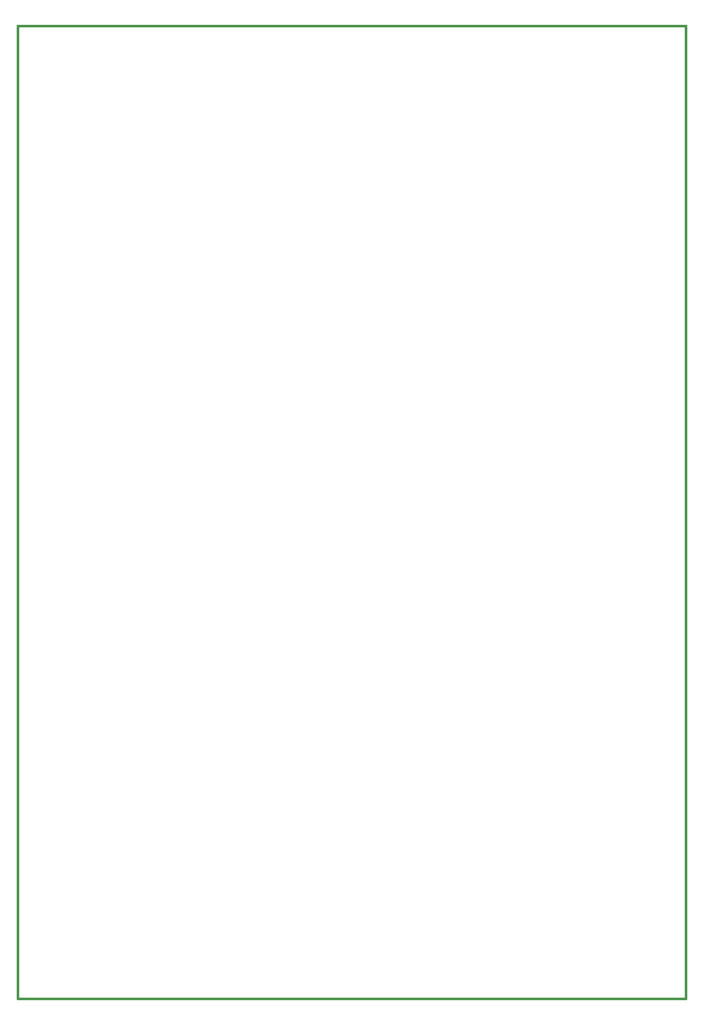
<source format=gbr>
G04 (created by PCBNEW-RS274X (2011-05-25)-stable) date Sun 19 Apr 2015 11:47:36 PM CDT*
G01*
G70*
G90*
%MOIN*%
G04 Gerber Fmt 3.4, Leading zero omitted, Abs format*
%FSLAX34Y34*%
G04 APERTURE LIST*
%ADD10C,0.006000*%
%ADD11C,0.015000*%
G04 APERTURE END LIST*
G54D10*
G54D11*
X51000Y-77000D02*
X51000Y-13000D01*
X07000Y-13000D02*
X07000Y-77000D01*
X07000Y-13000D02*
X51000Y-13000D01*
X51000Y-77000D02*
X07500Y-77000D01*
X07500Y-77000D02*
X07000Y-77000D01*
M02*

</source>
